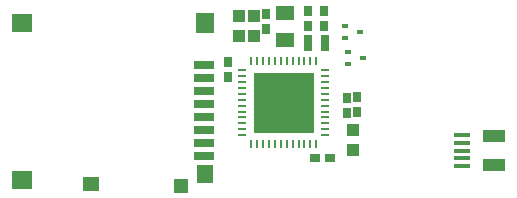
<source format=gtp>
%FSLAX25Y25*%
%MOIN*%
G70*
G01*
G75*
G04 Layer_Color=8421504*
%ADD10R,0.02756X0.03543*%
%ADD11C,0.04000*%
%ADD12R,0.20276X0.20276*%
%ADD13O,0.02756X0.00787*%
%ADD14O,0.00787X0.02756*%
%ADD15R,0.02953X0.05512*%
%ADD16R,0.02008X0.01575*%
%ADD17R,0.05906X0.05118*%
%ADD18R,0.03543X0.02756*%
%ADD19R,0.03937X0.04331*%
%ADD20R,0.05118X0.05079*%
%ADD21R,0.05512X0.05079*%
%ADD22R,0.06614X0.03150*%
%ADD23R,0.05906X0.06693*%
%ADD24R,0.06693X0.05906*%
%ADD25R,0.05709X0.06299*%
%ADD26R,0.07480X0.03937*%
%ADD27R,0.05315X0.01575*%
%ADD28C,0.00800*%
%ADD29C,0.05906*%
%ADD30C,0.03937*%
%ADD31C,0.06000*%
%ADD32C,0.05709*%
G04:AMPARAMS|DCode=33|XSize=59.06mil|YSize=74.8mil|CornerRadius=14.76mil|HoleSize=0mil|Usage=FLASHONLY|Rotation=90.000|XOffset=0mil|YOffset=0mil|HoleType=Round|Shape=RoundedRectangle|*
%AMROUNDEDRECTD33*
21,1,0.05906,0.04528,0,0,90.0*
21,1,0.02953,0.07480,0,0,90.0*
1,1,0.02953,0.02264,0.01476*
1,1,0.02953,0.02264,-0.01476*
1,1,0.02953,-0.02264,-0.01476*
1,1,0.02953,-0.02264,0.01476*
%
%ADD33ROUNDEDRECTD33*%
%ADD34R,0.06000X0.06000*%
%ADD35C,0.02400*%
%ADD36C,0.04000*%
%ADD37C,0.07543*%
G04:AMPARAMS|DCode=38|XSize=79.685mil|YSize=79.685mil|CornerRadius=0mil|HoleSize=0mil|Usage=FLASHONLY|Rotation=0.000|XOffset=0mil|YOffset=0mil|HoleType=Round|Shape=Relief|Width=10mil|Gap=10mil|Entries=4|*
%AMTHD38*
7,0,0,0.07969,0.05969,0.01000,45*
%
%ADD38THD38*%
%ADD39C,0.05969*%
G04:AMPARAMS|DCode=40|XSize=90mil|YSize=90mil|CornerRadius=0mil|HoleSize=0mil|Usage=FLASHONLY|Rotation=0.000|XOffset=0mil|YOffset=0mil|HoleType=Round|Shape=Relief|Width=10mil|Gap=10mil|Entries=4|*
%AMTHD40*
7,0,0,0.09000,0.07000,0.01000,45*
%
%ADD40THD40*%
%ADD41C,0.07000*%
%ADD42C,0.06559*%
G04:AMPARAMS|DCode=43|XSize=95.433mil|YSize=95.433mil|CornerRadius=0mil|HoleSize=0mil|Usage=FLASHONLY|Rotation=0.000|XOffset=0mil|YOffset=0mil|HoleType=Round|Shape=Relief|Width=10mil|Gap=10mil|Entries=4|*
%AMTHD43*
7,0,0,0.09543,0.07543,0.01000,45*
%
%ADD43THD43*%
%ADD44C,0.07347*%
%ADD45O,0.09118X0.05969*%
%ADD46C,0.05200*%
G04:AMPARAMS|DCode=47|XSize=72mil|YSize=72mil|CornerRadius=0mil|HoleSize=0mil|Usage=FLASHONLY|Rotation=0.000|XOffset=0mil|YOffset=0mil|HoleType=Round|Shape=Relief|Width=10mil|Gap=10mil|Entries=4|*
%AMTHD47*
7,0,0,0.07200,0.05200,0.01000,45*
%
%ADD47THD47*%
%ADD48R,0.05000X0.04000*%
%ADD49R,0.04331X0.02559*%
%ADD50R,0.05906X0.05512*%
%ADD51R,0.04000X0.05000*%
%ADD52R,0.05512X0.03543*%
%ADD53R,0.05512X0.08661*%
%ADD54R,0.02559X0.04331*%
%ADD55R,0.04331X0.03937*%
G04:AMPARAMS|DCode=56|XSize=9.84mil|YSize=23.62mil|CornerRadius=2.46mil|HoleSize=0mil|Usage=FLASHONLY|Rotation=90.000|XOffset=0mil|YOffset=0mil|HoleType=Round|Shape=RoundedRectangle|*
%AMROUNDEDRECTD56*
21,1,0.00984,0.01870,0,0,90.0*
21,1,0.00492,0.02362,0,0,90.0*
1,1,0.00492,0.00935,0.00246*
1,1,0.00492,0.00935,-0.00246*
1,1,0.00492,-0.00935,-0.00246*
1,1,0.00492,-0.00935,0.00246*
%
%ADD56ROUNDEDRECTD56*%
G04:AMPARAMS|DCode=57|XSize=9.84mil|YSize=29.53mil|CornerRadius=2.46mil|HoleSize=0mil|Usage=FLASHONLY|Rotation=90.000|XOffset=0mil|YOffset=0mil|HoleType=Round|Shape=RoundedRectangle|*
%AMROUNDEDRECTD57*
21,1,0.00984,0.02461,0,0,90.0*
21,1,0.00492,0.02953,0,0,90.0*
1,1,0.00492,0.01230,0.00246*
1,1,0.00492,0.01230,-0.00246*
1,1,0.00492,-0.01230,-0.00246*
1,1,0.00492,-0.01230,0.00246*
%
%ADD57ROUNDEDRECTD57*%
%ADD58R,0.00787X0.02559*%
%ADD59R,0.02559X0.00787*%
%ADD60R,0.03150X0.03150*%
%ADD61R,0.03543X0.08858*%
%ADD62R,0.03543X0.11024*%
%ADD63C,0.01000*%
%ADD64C,0.02000*%
%ADD65C,0.01500*%
D10*
X107500Y66059D02*
D03*
Y60941D02*
D03*
X113000Y66059D02*
D03*
Y60941D02*
D03*
X93500Y65059D02*
D03*
Y59941D02*
D03*
X120500Y37059D02*
D03*
Y31941D02*
D03*
X124000Y37559D02*
D03*
Y32441D02*
D03*
X81000Y43941D02*
D03*
Y49059D02*
D03*
D12*
X99500Y35500D02*
D03*
D13*
X113279Y46327D02*
D03*
Y44358D02*
D03*
Y42390D02*
D03*
Y40421D02*
D03*
Y38453D02*
D03*
Y36484D02*
D03*
Y34516D02*
D03*
Y32547D02*
D03*
Y30579D02*
D03*
Y28610D02*
D03*
Y26642D02*
D03*
Y24673D02*
D03*
X85720D02*
D03*
Y26642D02*
D03*
Y28610D02*
D03*
Y30579D02*
D03*
Y32547D02*
D03*
Y34516D02*
D03*
Y36484D02*
D03*
Y38453D02*
D03*
Y40421D02*
D03*
Y42390D02*
D03*
Y44358D02*
D03*
Y46327D02*
D03*
D14*
X110327Y21721D02*
D03*
X108358D02*
D03*
X106390D02*
D03*
X104421D02*
D03*
X102453D02*
D03*
X100484D02*
D03*
X98516D02*
D03*
X96547D02*
D03*
X94579D02*
D03*
X92610D02*
D03*
X90642D02*
D03*
X88673D02*
D03*
Y49280D02*
D03*
X90642D02*
D03*
X92610D02*
D03*
X94579D02*
D03*
X96547D02*
D03*
X98516D02*
D03*
X100484D02*
D03*
X102453D02*
D03*
X104421D02*
D03*
X106390D02*
D03*
X108358D02*
D03*
X110327D02*
D03*
D15*
X113354Y55500D02*
D03*
X107646D02*
D03*
D16*
X126059Y50500D02*
D03*
X120941Y48531D02*
D03*
Y52469D02*
D03*
X119941Y60969D02*
D03*
Y57032D02*
D03*
X125059Y59000D02*
D03*
D17*
X100000Y56472D02*
D03*
Y65528D02*
D03*
D18*
X115059Y17000D02*
D03*
X109941D02*
D03*
D19*
X122500Y19654D02*
D03*
Y26346D02*
D03*
X84500Y64346D02*
D03*
Y57654D02*
D03*
X89500Y57654D02*
D03*
Y64346D02*
D03*
D20*
X65126Y7843D02*
D03*
D21*
X35205Y8236D02*
D03*
D22*
X73000Y22016D02*
D03*
Y17685D02*
D03*
Y30677D02*
D03*
Y26346D02*
D03*
Y39339D02*
D03*
Y35008D02*
D03*
Y43669D02*
D03*
Y48000D02*
D03*
D23*
X73394Y62173D02*
D03*
D24*
X12370D02*
D03*
Y9811D02*
D03*
D25*
X73394Y11780D02*
D03*
D26*
X169512Y24421D02*
D03*
Y14579D02*
D03*
D27*
X158882Y24618D02*
D03*
Y22059D02*
D03*
Y19500D02*
D03*
Y16941D02*
D03*
Y14382D02*
D03*
M02*

</source>
